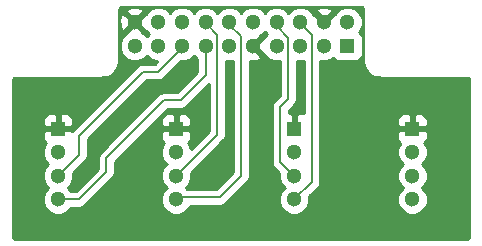
<source format=gtl>
G04 (created by PCBNEW (2013-may-18)-stable) date Sun 16 Aug 2015 12:33:42 AM CST*
%MOIN*%
G04 Gerber Fmt 3.4, Leading zero omitted, Abs format*
%FSLAX34Y34*%
G01*
G70*
G90*
G04 APERTURE LIST*
%ADD10C,0.00590551*%
%ADD11R,0.0511811X0.0511811*%
%ADD12C,0.0511811*%
%ADD13C,0.035*%
%ADD14C,0.006*%
%ADD15C,0.01*%
G04 APERTURE END LIST*
G54D10*
G54D11*
X88385Y-61023D03*
G54D12*
X88385Y-61811D03*
X88385Y-62598D03*
X88385Y-63385D03*
G54D11*
X92322Y-61023D03*
G54D12*
X92322Y-61811D03*
X92322Y-62598D03*
X92322Y-63385D03*
G54D11*
X84448Y-61023D03*
G54D12*
X84448Y-61811D03*
X84448Y-62598D03*
X84448Y-63385D03*
G54D11*
X80511Y-61023D03*
G54D12*
X80511Y-61811D03*
X80511Y-62598D03*
X80511Y-63385D03*
G54D11*
X90157Y-58267D03*
G54D12*
X90157Y-57480D03*
X89370Y-58267D03*
X89370Y-57480D03*
X88582Y-58267D03*
X88582Y-57480D03*
X87795Y-58267D03*
X87795Y-57480D03*
X87007Y-58267D03*
X87007Y-57480D03*
X86220Y-58267D03*
X86220Y-57480D03*
X85433Y-58267D03*
X85433Y-57480D03*
X84645Y-58267D03*
X84645Y-57480D03*
X83858Y-58267D03*
X83858Y-57480D03*
X83070Y-58267D03*
X83070Y-57480D03*
G54D13*
X86614Y-63818D03*
X85275Y-62559D03*
X82559Y-63740D03*
X90629Y-61968D03*
X90629Y-62992D03*
X81417Y-62559D03*
G54D14*
X86220Y-57480D02*
X86220Y-57559D01*
X84527Y-63307D02*
X84448Y-63385D01*
X85905Y-63307D02*
X84527Y-63307D01*
X86614Y-62598D02*
X85905Y-63307D01*
X86614Y-57952D02*
X86614Y-62598D01*
X86220Y-57559D02*
X86614Y-57952D01*
X85433Y-57480D02*
X85433Y-57519D01*
X85826Y-61220D02*
X84448Y-62598D01*
X85826Y-57913D02*
X85826Y-61220D01*
X85433Y-57519D02*
X85826Y-57913D01*
X81220Y-63385D02*
X80511Y-63385D01*
X82125Y-62480D02*
X81220Y-63385D01*
X82125Y-62007D02*
X82125Y-62480D01*
X84055Y-60078D02*
X82125Y-62007D01*
X84606Y-60078D02*
X84055Y-60078D01*
X85433Y-59251D02*
X84606Y-60078D01*
X85433Y-58267D02*
X85433Y-59251D01*
X81220Y-61889D02*
X80511Y-62598D01*
X81220Y-61259D02*
X81220Y-61889D01*
X83346Y-59133D02*
X81220Y-61259D01*
X83858Y-59133D02*
X83346Y-59133D01*
X84645Y-58346D02*
X83858Y-59133D01*
X84645Y-58267D02*
X84645Y-58346D01*
X88582Y-57480D02*
X88582Y-57519D01*
X88976Y-62795D02*
X88385Y-63385D01*
X88976Y-57913D02*
X88976Y-62795D01*
X88582Y-57519D02*
X88976Y-57913D01*
X87795Y-57480D02*
X87795Y-57598D01*
X87913Y-62125D02*
X88385Y-62598D01*
X87913Y-60314D02*
X87913Y-62125D01*
X88188Y-60039D02*
X87913Y-60314D01*
X88188Y-57992D02*
X88188Y-60039D01*
X87795Y-57598D02*
X88188Y-57992D01*
G54D15*
X89370Y-57480D02*
X89370Y-57362D01*
X83582Y-56968D02*
X83070Y-57480D01*
X88976Y-56968D02*
X83582Y-56968D01*
X89370Y-57362D02*
X88976Y-56968D01*
X83267Y-64448D02*
X82559Y-63740D01*
X85905Y-64448D02*
X83267Y-64448D01*
X86535Y-63818D02*
X85905Y-64448D01*
X86614Y-63818D02*
X86535Y-63818D01*
X90629Y-63661D02*
X89803Y-64488D01*
X89803Y-64488D02*
X87283Y-64488D01*
X87283Y-64488D02*
X86614Y-63818D01*
X90629Y-62992D02*
X90629Y-61968D01*
X91574Y-61023D02*
X90629Y-61968D01*
X92322Y-61023D02*
X91574Y-61023D01*
X90629Y-62992D02*
X90629Y-63661D01*
G54D10*
G36*
X85153Y-59135D02*
X84490Y-59798D01*
X84055Y-59798D01*
X83947Y-59820D01*
X83917Y-59840D01*
X83857Y-59880D01*
X81927Y-61809D01*
X81867Y-61900D01*
X81845Y-62007D01*
X81845Y-62364D01*
X81104Y-63105D01*
X80943Y-63105D01*
X80940Y-63099D01*
X80833Y-62992D01*
X80940Y-62885D01*
X81017Y-62699D01*
X81017Y-62498D01*
X81014Y-62491D01*
X81418Y-62087D01*
X81418Y-62087D01*
X81459Y-62027D01*
X81479Y-61996D01*
X81479Y-61996D01*
X81500Y-61889D01*
X81500Y-61889D01*
X81500Y-61375D01*
X83462Y-59413D01*
X83858Y-59413D01*
X83965Y-59392D01*
X83965Y-59392D01*
X84056Y-59331D01*
X84614Y-58773D01*
X84745Y-58773D01*
X84931Y-58696D01*
X85039Y-58589D01*
X85146Y-58696D01*
X85153Y-58699D01*
X85153Y-59135D01*
X85153Y-59135D01*
G37*
G54D15*
X85153Y-59135D02*
X84490Y-59798D01*
X84055Y-59798D01*
X83947Y-59820D01*
X83917Y-59840D01*
X83857Y-59880D01*
X81927Y-61809D01*
X81867Y-61900D01*
X81845Y-62007D01*
X81845Y-62364D01*
X81104Y-63105D01*
X80943Y-63105D01*
X80940Y-63099D01*
X80833Y-62992D01*
X80940Y-62885D01*
X81017Y-62699D01*
X81017Y-62498D01*
X81014Y-62491D01*
X81418Y-62087D01*
X81418Y-62087D01*
X81459Y-62027D01*
X81479Y-61996D01*
X81479Y-61996D01*
X81500Y-61889D01*
X81500Y-61889D01*
X81500Y-61375D01*
X83462Y-59413D01*
X83858Y-59413D01*
X83965Y-59392D01*
X83965Y-59392D01*
X84056Y-59331D01*
X84614Y-58773D01*
X84745Y-58773D01*
X84931Y-58696D01*
X85039Y-58589D01*
X85146Y-58696D01*
X85153Y-58699D01*
X85153Y-59135D01*
G54D10*
G36*
X86334Y-62482D02*
X85789Y-63027D01*
X84805Y-63027D01*
X84770Y-62992D01*
X84877Y-62885D01*
X84954Y-62699D01*
X84954Y-62498D01*
X84951Y-62491D01*
X86024Y-61418D01*
X86024Y-61418D01*
X86065Y-61357D01*
X86085Y-61327D01*
X86085Y-61327D01*
X86106Y-61220D01*
X86106Y-61220D01*
X86106Y-58768D01*
X86119Y-58773D01*
X86320Y-58773D01*
X86334Y-58768D01*
X86334Y-62482D01*
X86334Y-62482D01*
G37*
G54D15*
X86334Y-62482D02*
X85789Y-63027D01*
X84805Y-63027D01*
X84770Y-62992D01*
X84877Y-62885D01*
X84954Y-62699D01*
X84954Y-62498D01*
X84951Y-62491D01*
X86024Y-61418D01*
X86024Y-61418D01*
X86065Y-61357D01*
X86085Y-61327D01*
X86085Y-61327D01*
X86106Y-61220D01*
X86106Y-61220D01*
X86106Y-58768D01*
X86119Y-58773D01*
X86320Y-58773D01*
X86334Y-58768D01*
X86334Y-62482D01*
G54D10*
G36*
X88696Y-60519D02*
X88691Y-60517D01*
X88592Y-60517D01*
X88498Y-60517D01*
X88435Y-60580D01*
X88435Y-60973D01*
X88443Y-60973D01*
X88443Y-61073D01*
X88435Y-61073D01*
X88435Y-61081D01*
X88335Y-61081D01*
X88335Y-61073D01*
X88327Y-61073D01*
X88327Y-60973D01*
X88335Y-60973D01*
X88335Y-60580D01*
X88273Y-60517D01*
X88193Y-60517D01*
X88193Y-60430D01*
X88386Y-60237D01*
X88386Y-60237D01*
X88427Y-60176D01*
X88447Y-60146D01*
X88447Y-60146D01*
X88468Y-60039D01*
X88468Y-60039D01*
X88468Y-58768D01*
X88481Y-58773D01*
X88682Y-58773D01*
X88696Y-58768D01*
X88696Y-60519D01*
X88696Y-60519D01*
G37*
G54D15*
X88696Y-60519D02*
X88691Y-60517D01*
X88592Y-60517D01*
X88498Y-60517D01*
X88435Y-60580D01*
X88435Y-60973D01*
X88443Y-60973D01*
X88443Y-61073D01*
X88435Y-61073D01*
X88435Y-61081D01*
X88335Y-61081D01*
X88335Y-61073D01*
X88327Y-61073D01*
X88327Y-60973D01*
X88335Y-60973D01*
X88335Y-60580D01*
X88273Y-60517D01*
X88193Y-60517D01*
X88193Y-60430D01*
X88386Y-60237D01*
X88386Y-60237D01*
X88427Y-60176D01*
X88447Y-60146D01*
X88447Y-60146D01*
X88468Y-60039D01*
X88468Y-60039D01*
X88468Y-58768D01*
X88481Y-58773D01*
X88682Y-58773D01*
X88696Y-58768D01*
X88696Y-60519D01*
G54D10*
G36*
X94218Y-64618D02*
X94210Y-64661D01*
X94201Y-64673D01*
X94188Y-64682D01*
X94146Y-64690D01*
X92828Y-64690D01*
X92828Y-63285D01*
X92751Y-63099D01*
X92644Y-62992D01*
X92751Y-62885D01*
X92828Y-62699D01*
X92828Y-62498D01*
X92751Y-62312D01*
X92644Y-62204D01*
X92751Y-62097D01*
X92828Y-61912D01*
X92828Y-61710D01*
X92751Y-61524D01*
X92719Y-61491D01*
X92720Y-61491D01*
X92790Y-61420D01*
X92828Y-61329D01*
X92828Y-60718D01*
X92790Y-60626D01*
X92720Y-60555D01*
X92628Y-60517D01*
X92529Y-60517D01*
X92435Y-60517D01*
X92372Y-60580D01*
X92372Y-60973D01*
X92766Y-60973D01*
X92828Y-60911D01*
X92828Y-60718D01*
X92828Y-61329D01*
X92828Y-61136D01*
X92766Y-61073D01*
X92372Y-61073D01*
X92372Y-61081D01*
X92272Y-61081D01*
X92272Y-61073D01*
X92272Y-60973D01*
X92272Y-60580D01*
X92210Y-60517D01*
X92116Y-60517D01*
X92016Y-60517D01*
X91925Y-60555D01*
X91854Y-60626D01*
X91816Y-60718D01*
X91816Y-60911D01*
X91879Y-60973D01*
X92272Y-60973D01*
X92272Y-61073D01*
X91879Y-61073D01*
X91816Y-61136D01*
X91816Y-61329D01*
X91854Y-61420D01*
X91925Y-61491D01*
X91926Y-61491D01*
X91894Y-61524D01*
X91817Y-61709D01*
X91816Y-61911D01*
X91893Y-62097D01*
X92001Y-62204D01*
X91894Y-62311D01*
X91817Y-62497D01*
X91816Y-62698D01*
X91893Y-62884D01*
X92001Y-62992D01*
X91894Y-63098D01*
X91817Y-63284D01*
X91816Y-63486D01*
X91893Y-63672D01*
X92035Y-63814D01*
X92221Y-63891D01*
X92423Y-63891D01*
X92609Y-63814D01*
X92751Y-63672D01*
X92828Y-63486D01*
X92828Y-63285D01*
X92828Y-64690D01*
X90663Y-64690D01*
X90663Y-57380D01*
X90586Y-57194D01*
X90444Y-57051D01*
X90258Y-56974D01*
X90057Y-56974D01*
X89871Y-57051D01*
X89728Y-57193D01*
X89727Y-57197D01*
X89724Y-57197D01*
X89653Y-57267D01*
X89653Y-57126D01*
X89631Y-57035D01*
X89441Y-56969D01*
X89240Y-56981D01*
X89108Y-57035D01*
X89086Y-57126D01*
X89370Y-57409D01*
X89653Y-57126D01*
X89653Y-57267D01*
X89440Y-57480D01*
X89446Y-57485D01*
X89375Y-57556D01*
X89370Y-57551D01*
X89364Y-57556D01*
X89293Y-57485D01*
X89299Y-57480D01*
X89016Y-57197D01*
X89013Y-57197D01*
X89011Y-57194D01*
X88869Y-57051D01*
X88683Y-56974D01*
X88482Y-56974D01*
X88296Y-57051D01*
X88188Y-57158D01*
X88082Y-57051D01*
X87896Y-56974D01*
X87695Y-56974D01*
X87509Y-57051D01*
X87401Y-57158D01*
X87294Y-57051D01*
X87108Y-56974D01*
X86907Y-56974D01*
X86721Y-57051D01*
X86614Y-57158D01*
X86507Y-57051D01*
X86321Y-56974D01*
X86120Y-56974D01*
X85934Y-57051D01*
X85826Y-57158D01*
X85720Y-57051D01*
X85534Y-56974D01*
X85332Y-56974D01*
X85146Y-57051D01*
X85039Y-57158D01*
X84932Y-57051D01*
X84746Y-56974D01*
X84545Y-56974D01*
X84359Y-57051D01*
X84251Y-57158D01*
X84145Y-57051D01*
X83959Y-56974D01*
X83758Y-56974D01*
X83572Y-57051D01*
X83429Y-57193D01*
X83427Y-57197D01*
X83424Y-57197D01*
X83354Y-57267D01*
X83354Y-57126D01*
X83332Y-57035D01*
X83142Y-56969D01*
X82941Y-56981D01*
X82809Y-57035D01*
X82787Y-57126D01*
X83070Y-57409D01*
X83354Y-57126D01*
X83354Y-57267D01*
X83141Y-57480D01*
X83424Y-57763D01*
X83427Y-57762D01*
X83429Y-57766D01*
X83536Y-57874D01*
X83464Y-57945D01*
X83357Y-57839D01*
X83353Y-57837D01*
X83354Y-57834D01*
X83070Y-57551D01*
X83000Y-57621D01*
X83000Y-57480D01*
X82716Y-57197D01*
X82626Y-57219D01*
X82559Y-57409D01*
X82571Y-57610D01*
X82626Y-57741D01*
X82716Y-57763D01*
X83000Y-57480D01*
X83000Y-57621D01*
X82787Y-57834D01*
X82788Y-57837D01*
X82784Y-57838D01*
X82642Y-57980D01*
X82565Y-58166D01*
X82564Y-58367D01*
X82641Y-58553D01*
X82783Y-58696D01*
X82969Y-58773D01*
X83171Y-58773D01*
X83357Y-58696D01*
X83464Y-58589D01*
X83571Y-58696D01*
X83757Y-58773D01*
X83822Y-58773D01*
X83742Y-58853D01*
X83346Y-58853D01*
X83257Y-58871D01*
X83239Y-58875D01*
X83148Y-58935D01*
X81022Y-61061D01*
X81017Y-61068D01*
X81017Y-60718D01*
X80979Y-60626D01*
X80909Y-60555D01*
X80817Y-60517D01*
X80718Y-60517D01*
X80624Y-60517D01*
X80561Y-60580D01*
X80561Y-60973D01*
X80955Y-60973D01*
X81017Y-60911D01*
X81017Y-60718D01*
X81017Y-61068D01*
X80990Y-61109D01*
X80955Y-61073D01*
X80561Y-61073D01*
X80561Y-61081D01*
X80461Y-61081D01*
X80461Y-61073D01*
X80461Y-60973D01*
X80461Y-60580D01*
X80399Y-60517D01*
X80305Y-60517D01*
X80205Y-60517D01*
X80114Y-60555D01*
X80043Y-60626D01*
X80005Y-60718D01*
X80005Y-60911D01*
X80068Y-60973D01*
X80461Y-60973D01*
X80461Y-61073D01*
X80068Y-61073D01*
X80005Y-61136D01*
X80005Y-61329D01*
X80043Y-61420D01*
X80114Y-61491D01*
X80115Y-61491D01*
X80083Y-61524D01*
X80005Y-61709D01*
X80005Y-61911D01*
X80082Y-62097D01*
X80190Y-62204D01*
X80083Y-62311D01*
X80005Y-62497D01*
X80005Y-62698D01*
X80082Y-62884D01*
X80190Y-62992D01*
X80083Y-63098D01*
X80005Y-63284D01*
X80005Y-63486D01*
X80082Y-63672D01*
X80224Y-63814D01*
X80410Y-63891D01*
X80612Y-63891D01*
X80798Y-63814D01*
X80940Y-63672D01*
X80943Y-63665D01*
X81220Y-63665D01*
X81327Y-63644D01*
X81327Y-63644D01*
X81418Y-63583D01*
X82323Y-62678D01*
X82384Y-62587D01*
X82384Y-62587D01*
X82388Y-62569D01*
X82405Y-62480D01*
X82405Y-62480D01*
X82405Y-62123D01*
X84171Y-60358D01*
X84606Y-60358D01*
X84713Y-60337D01*
X84713Y-60337D01*
X84804Y-60276D01*
X85546Y-59534D01*
X85546Y-61104D01*
X84950Y-61700D01*
X84877Y-61524D01*
X84845Y-61491D01*
X84846Y-61491D01*
X84916Y-61420D01*
X84954Y-61329D01*
X84954Y-60718D01*
X84916Y-60626D01*
X84846Y-60555D01*
X84754Y-60517D01*
X84655Y-60517D01*
X84561Y-60517D01*
X84498Y-60580D01*
X84498Y-60973D01*
X84892Y-60973D01*
X84954Y-60911D01*
X84954Y-60718D01*
X84954Y-61329D01*
X84954Y-61136D01*
X84892Y-61073D01*
X84498Y-61073D01*
X84498Y-61081D01*
X84398Y-61081D01*
X84398Y-61073D01*
X84398Y-60973D01*
X84398Y-60580D01*
X84336Y-60517D01*
X84242Y-60517D01*
X84142Y-60517D01*
X84051Y-60555D01*
X83980Y-60626D01*
X83942Y-60718D01*
X83942Y-60911D01*
X84005Y-60973D01*
X84398Y-60973D01*
X84398Y-61073D01*
X84005Y-61073D01*
X83942Y-61136D01*
X83942Y-61329D01*
X83980Y-61420D01*
X84051Y-61491D01*
X84052Y-61491D01*
X84020Y-61524D01*
X83943Y-61709D01*
X83942Y-61911D01*
X84019Y-62097D01*
X84127Y-62204D01*
X84020Y-62311D01*
X83943Y-62497D01*
X83942Y-62698D01*
X84019Y-62884D01*
X84127Y-62992D01*
X84020Y-63098D01*
X83943Y-63284D01*
X83942Y-63486D01*
X84019Y-63672D01*
X84161Y-63814D01*
X84347Y-63891D01*
X84549Y-63891D01*
X84735Y-63814D01*
X84877Y-63672D01*
X84913Y-63587D01*
X85905Y-63587D01*
X86012Y-63565D01*
X86012Y-63565D01*
X86103Y-63505D01*
X86812Y-62796D01*
X86812Y-62796D01*
X86852Y-62735D01*
X86872Y-62705D01*
X86872Y-62705D01*
X86894Y-62598D01*
X86894Y-62598D01*
X86894Y-58763D01*
X86936Y-58778D01*
X87137Y-58766D01*
X87269Y-58712D01*
X87291Y-58621D01*
X87007Y-58338D01*
X87002Y-58343D01*
X86931Y-58273D01*
X86937Y-58267D01*
X86931Y-58262D01*
X87002Y-58191D01*
X87007Y-58197D01*
X87291Y-57913D01*
X87290Y-57910D01*
X87294Y-57909D01*
X87401Y-57802D01*
X87473Y-57874D01*
X87366Y-57980D01*
X87364Y-57985D01*
X87361Y-57984D01*
X87078Y-58267D01*
X87361Y-58550D01*
X87364Y-58550D01*
X87366Y-58553D01*
X87508Y-58696D01*
X87694Y-58773D01*
X87895Y-58773D01*
X87908Y-58768D01*
X87908Y-59923D01*
X87715Y-60116D01*
X87654Y-60207D01*
X87633Y-60314D01*
X87633Y-62125D01*
X87654Y-62233D01*
X87715Y-62323D01*
X87882Y-62491D01*
X87880Y-62497D01*
X87879Y-62698D01*
X87956Y-62884D01*
X88064Y-62992D01*
X87957Y-63098D01*
X87880Y-63284D01*
X87879Y-63486D01*
X87956Y-63672D01*
X88098Y-63814D01*
X88284Y-63891D01*
X88486Y-63891D01*
X88672Y-63814D01*
X88814Y-63672D01*
X88891Y-63486D01*
X88891Y-63285D01*
X88888Y-63278D01*
X89174Y-62993D01*
X89174Y-62993D01*
X89214Y-62932D01*
X89235Y-62902D01*
X89235Y-62902D01*
X89256Y-62795D01*
X89256Y-62795D01*
X89256Y-58768D01*
X89269Y-58773D01*
X89470Y-58773D01*
X89656Y-58696D01*
X89689Y-58664D01*
X89689Y-58665D01*
X89759Y-58735D01*
X89851Y-58773D01*
X89951Y-58773D01*
X90462Y-58773D01*
X90554Y-58735D01*
X90625Y-58665D01*
X90663Y-58573D01*
X90663Y-58474D01*
X90663Y-57962D01*
X90625Y-57870D01*
X90555Y-57799D01*
X90553Y-57799D01*
X90586Y-57767D01*
X90663Y-57581D01*
X90663Y-57380D01*
X90663Y-64690D01*
X79082Y-64690D01*
X79039Y-64682D01*
X79027Y-64674D01*
X79018Y-64660D01*
X79009Y-64619D01*
X79009Y-59396D01*
X79018Y-59355D01*
X79027Y-59341D01*
X79039Y-59333D01*
X79082Y-59324D01*
X81968Y-59324D01*
X81994Y-59319D01*
X82020Y-59319D01*
X82141Y-59295D01*
X82238Y-59255D01*
X82239Y-59255D01*
X82239Y-59255D01*
X82340Y-59187D01*
X82340Y-59187D01*
X82415Y-59112D01*
X82483Y-59010D01*
X82524Y-58913D01*
X82524Y-58913D01*
X82524Y-58913D01*
X82547Y-58792D01*
X82547Y-58766D01*
X82553Y-58740D01*
X82553Y-57034D01*
X82561Y-56992D01*
X82570Y-56979D01*
X82582Y-56971D01*
X82625Y-56962D01*
X90603Y-56962D01*
X90644Y-56970D01*
X90658Y-56979D01*
X90666Y-56992D01*
X90675Y-57034D01*
X90675Y-58740D01*
X90680Y-58766D01*
X90680Y-58792D01*
X90704Y-58913D01*
X90744Y-59010D01*
X90744Y-59010D01*
X90744Y-59010D01*
X90812Y-59112D01*
X90812Y-59112D01*
X90887Y-59186D01*
X90989Y-59255D01*
X91086Y-59295D01*
X91086Y-59295D01*
X91086Y-59295D01*
X91207Y-59319D01*
X91233Y-59319D01*
X91259Y-59324D01*
X94146Y-59324D01*
X94188Y-59333D01*
X94201Y-59341D01*
X94210Y-59354D01*
X94218Y-59397D01*
X94218Y-64618D01*
X94218Y-64618D01*
G37*
G54D15*
X94218Y-64618D02*
X94210Y-64661D01*
X94201Y-64673D01*
X94188Y-64682D01*
X94146Y-64690D01*
X92828Y-64690D01*
X92828Y-63285D01*
X92751Y-63099D01*
X92644Y-62992D01*
X92751Y-62885D01*
X92828Y-62699D01*
X92828Y-62498D01*
X92751Y-62312D01*
X92644Y-62204D01*
X92751Y-62097D01*
X92828Y-61912D01*
X92828Y-61710D01*
X92751Y-61524D01*
X92719Y-61491D01*
X92720Y-61491D01*
X92790Y-61420D01*
X92828Y-61329D01*
X92828Y-60718D01*
X92790Y-60626D01*
X92720Y-60555D01*
X92628Y-60517D01*
X92529Y-60517D01*
X92435Y-60517D01*
X92372Y-60580D01*
X92372Y-60973D01*
X92766Y-60973D01*
X92828Y-60911D01*
X92828Y-60718D01*
X92828Y-61329D01*
X92828Y-61136D01*
X92766Y-61073D01*
X92372Y-61073D01*
X92372Y-61081D01*
X92272Y-61081D01*
X92272Y-61073D01*
X92272Y-60973D01*
X92272Y-60580D01*
X92210Y-60517D01*
X92116Y-60517D01*
X92016Y-60517D01*
X91925Y-60555D01*
X91854Y-60626D01*
X91816Y-60718D01*
X91816Y-60911D01*
X91879Y-60973D01*
X92272Y-60973D01*
X92272Y-61073D01*
X91879Y-61073D01*
X91816Y-61136D01*
X91816Y-61329D01*
X91854Y-61420D01*
X91925Y-61491D01*
X91926Y-61491D01*
X91894Y-61524D01*
X91817Y-61709D01*
X91816Y-61911D01*
X91893Y-62097D01*
X92001Y-62204D01*
X91894Y-62311D01*
X91817Y-62497D01*
X91816Y-62698D01*
X91893Y-62884D01*
X92001Y-62992D01*
X91894Y-63098D01*
X91817Y-63284D01*
X91816Y-63486D01*
X91893Y-63672D01*
X92035Y-63814D01*
X92221Y-63891D01*
X92423Y-63891D01*
X92609Y-63814D01*
X92751Y-63672D01*
X92828Y-63486D01*
X92828Y-63285D01*
X92828Y-64690D01*
X90663Y-64690D01*
X90663Y-57380D01*
X90586Y-57194D01*
X90444Y-57051D01*
X90258Y-56974D01*
X90057Y-56974D01*
X89871Y-57051D01*
X89728Y-57193D01*
X89727Y-57197D01*
X89724Y-57197D01*
X89653Y-57267D01*
X89653Y-57126D01*
X89631Y-57035D01*
X89441Y-56969D01*
X89240Y-56981D01*
X89108Y-57035D01*
X89086Y-57126D01*
X89370Y-57409D01*
X89653Y-57126D01*
X89653Y-57267D01*
X89440Y-57480D01*
X89446Y-57485D01*
X89375Y-57556D01*
X89370Y-57551D01*
X89364Y-57556D01*
X89293Y-57485D01*
X89299Y-57480D01*
X89016Y-57197D01*
X89013Y-57197D01*
X89011Y-57194D01*
X88869Y-57051D01*
X88683Y-56974D01*
X88482Y-56974D01*
X88296Y-57051D01*
X88188Y-57158D01*
X88082Y-57051D01*
X87896Y-56974D01*
X87695Y-56974D01*
X87509Y-57051D01*
X87401Y-57158D01*
X87294Y-57051D01*
X87108Y-56974D01*
X86907Y-56974D01*
X86721Y-57051D01*
X86614Y-57158D01*
X86507Y-57051D01*
X86321Y-56974D01*
X86120Y-56974D01*
X85934Y-57051D01*
X85826Y-57158D01*
X85720Y-57051D01*
X85534Y-56974D01*
X85332Y-56974D01*
X85146Y-57051D01*
X85039Y-57158D01*
X84932Y-57051D01*
X84746Y-56974D01*
X84545Y-56974D01*
X84359Y-57051D01*
X84251Y-57158D01*
X84145Y-57051D01*
X83959Y-56974D01*
X83758Y-56974D01*
X83572Y-57051D01*
X83429Y-57193D01*
X83427Y-57197D01*
X83424Y-57197D01*
X83354Y-57267D01*
X83354Y-57126D01*
X83332Y-57035D01*
X83142Y-56969D01*
X82941Y-56981D01*
X82809Y-57035D01*
X82787Y-57126D01*
X83070Y-57409D01*
X83354Y-57126D01*
X83354Y-57267D01*
X83141Y-57480D01*
X83424Y-57763D01*
X83427Y-57762D01*
X83429Y-57766D01*
X83536Y-57874D01*
X83464Y-57945D01*
X83357Y-57839D01*
X83353Y-57837D01*
X83354Y-57834D01*
X83070Y-57551D01*
X83000Y-57621D01*
X83000Y-57480D01*
X82716Y-57197D01*
X82626Y-57219D01*
X82559Y-57409D01*
X82571Y-57610D01*
X82626Y-57741D01*
X82716Y-57763D01*
X83000Y-57480D01*
X83000Y-57621D01*
X82787Y-57834D01*
X82788Y-57837D01*
X82784Y-57838D01*
X82642Y-57980D01*
X82565Y-58166D01*
X82564Y-58367D01*
X82641Y-58553D01*
X82783Y-58696D01*
X82969Y-58773D01*
X83171Y-58773D01*
X83357Y-58696D01*
X83464Y-58589D01*
X83571Y-58696D01*
X83757Y-58773D01*
X83822Y-58773D01*
X83742Y-58853D01*
X83346Y-58853D01*
X83257Y-58871D01*
X83239Y-58875D01*
X83148Y-58935D01*
X81022Y-61061D01*
X81017Y-61068D01*
X81017Y-60718D01*
X80979Y-60626D01*
X80909Y-60555D01*
X80817Y-60517D01*
X80718Y-60517D01*
X80624Y-60517D01*
X80561Y-60580D01*
X80561Y-60973D01*
X80955Y-60973D01*
X81017Y-60911D01*
X81017Y-60718D01*
X81017Y-61068D01*
X80990Y-61109D01*
X80955Y-61073D01*
X80561Y-61073D01*
X80561Y-61081D01*
X80461Y-61081D01*
X80461Y-61073D01*
X80461Y-60973D01*
X80461Y-60580D01*
X80399Y-60517D01*
X80305Y-60517D01*
X80205Y-60517D01*
X80114Y-60555D01*
X80043Y-60626D01*
X80005Y-60718D01*
X80005Y-60911D01*
X80068Y-60973D01*
X80461Y-60973D01*
X80461Y-61073D01*
X80068Y-61073D01*
X80005Y-61136D01*
X80005Y-61329D01*
X80043Y-61420D01*
X80114Y-61491D01*
X80115Y-61491D01*
X80083Y-61524D01*
X80005Y-61709D01*
X80005Y-61911D01*
X80082Y-62097D01*
X80190Y-62204D01*
X80083Y-62311D01*
X80005Y-62497D01*
X80005Y-62698D01*
X80082Y-62884D01*
X80190Y-62992D01*
X80083Y-63098D01*
X80005Y-63284D01*
X80005Y-63486D01*
X80082Y-63672D01*
X80224Y-63814D01*
X80410Y-63891D01*
X80612Y-63891D01*
X80798Y-63814D01*
X80940Y-63672D01*
X80943Y-63665D01*
X81220Y-63665D01*
X81327Y-63644D01*
X81327Y-63644D01*
X81418Y-63583D01*
X82323Y-62678D01*
X82384Y-62587D01*
X82384Y-62587D01*
X82388Y-62569D01*
X82405Y-62480D01*
X82405Y-62480D01*
X82405Y-62123D01*
X84171Y-60358D01*
X84606Y-60358D01*
X84713Y-60337D01*
X84713Y-60337D01*
X84804Y-60276D01*
X85546Y-59534D01*
X85546Y-61104D01*
X84950Y-61700D01*
X84877Y-61524D01*
X84845Y-61491D01*
X84846Y-61491D01*
X84916Y-61420D01*
X84954Y-61329D01*
X84954Y-60718D01*
X84916Y-60626D01*
X84846Y-60555D01*
X84754Y-60517D01*
X84655Y-60517D01*
X84561Y-60517D01*
X84498Y-60580D01*
X84498Y-60973D01*
X84892Y-60973D01*
X84954Y-60911D01*
X84954Y-60718D01*
X84954Y-61329D01*
X84954Y-61136D01*
X84892Y-61073D01*
X84498Y-61073D01*
X84498Y-61081D01*
X84398Y-61081D01*
X84398Y-61073D01*
X84398Y-60973D01*
X84398Y-60580D01*
X84336Y-60517D01*
X84242Y-60517D01*
X84142Y-60517D01*
X84051Y-60555D01*
X83980Y-60626D01*
X83942Y-60718D01*
X83942Y-60911D01*
X84005Y-60973D01*
X84398Y-60973D01*
X84398Y-61073D01*
X84005Y-61073D01*
X83942Y-61136D01*
X83942Y-61329D01*
X83980Y-61420D01*
X84051Y-61491D01*
X84052Y-61491D01*
X84020Y-61524D01*
X83943Y-61709D01*
X83942Y-61911D01*
X84019Y-62097D01*
X84127Y-62204D01*
X84020Y-62311D01*
X83943Y-62497D01*
X83942Y-62698D01*
X84019Y-62884D01*
X84127Y-62992D01*
X84020Y-63098D01*
X83943Y-63284D01*
X83942Y-63486D01*
X84019Y-63672D01*
X84161Y-63814D01*
X84347Y-63891D01*
X84549Y-63891D01*
X84735Y-63814D01*
X84877Y-63672D01*
X84913Y-63587D01*
X85905Y-63587D01*
X86012Y-63565D01*
X86012Y-63565D01*
X86103Y-63505D01*
X86812Y-62796D01*
X86812Y-62796D01*
X86852Y-62735D01*
X86872Y-62705D01*
X86872Y-62705D01*
X86894Y-62598D01*
X86894Y-62598D01*
X86894Y-58763D01*
X86936Y-58778D01*
X87137Y-58766D01*
X87269Y-58712D01*
X87291Y-58621D01*
X87007Y-58338D01*
X87002Y-58343D01*
X86931Y-58273D01*
X86937Y-58267D01*
X86931Y-58262D01*
X87002Y-58191D01*
X87007Y-58197D01*
X87291Y-57913D01*
X87290Y-57910D01*
X87294Y-57909D01*
X87401Y-57802D01*
X87473Y-57874D01*
X87366Y-57980D01*
X87364Y-57985D01*
X87361Y-57984D01*
X87078Y-58267D01*
X87361Y-58550D01*
X87364Y-58550D01*
X87366Y-58553D01*
X87508Y-58696D01*
X87694Y-58773D01*
X87895Y-58773D01*
X87908Y-58768D01*
X87908Y-59923D01*
X87715Y-60116D01*
X87654Y-60207D01*
X87633Y-60314D01*
X87633Y-62125D01*
X87654Y-62233D01*
X87715Y-62323D01*
X87882Y-62491D01*
X87880Y-62497D01*
X87879Y-62698D01*
X87956Y-62884D01*
X88064Y-62992D01*
X87957Y-63098D01*
X87880Y-63284D01*
X87879Y-63486D01*
X87956Y-63672D01*
X88098Y-63814D01*
X88284Y-63891D01*
X88486Y-63891D01*
X88672Y-63814D01*
X88814Y-63672D01*
X88891Y-63486D01*
X88891Y-63285D01*
X88888Y-63278D01*
X89174Y-62993D01*
X89174Y-62993D01*
X89214Y-62932D01*
X89235Y-62902D01*
X89235Y-62902D01*
X89256Y-62795D01*
X89256Y-62795D01*
X89256Y-58768D01*
X89269Y-58773D01*
X89470Y-58773D01*
X89656Y-58696D01*
X89689Y-58664D01*
X89689Y-58665D01*
X89759Y-58735D01*
X89851Y-58773D01*
X89951Y-58773D01*
X90462Y-58773D01*
X90554Y-58735D01*
X90625Y-58665D01*
X90663Y-58573D01*
X90663Y-58474D01*
X90663Y-57962D01*
X90625Y-57870D01*
X90555Y-57799D01*
X90553Y-57799D01*
X90586Y-57767D01*
X90663Y-57581D01*
X90663Y-57380D01*
X90663Y-64690D01*
X79082Y-64690D01*
X79039Y-64682D01*
X79027Y-64674D01*
X79018Y-64660D01*
X79009Y-64619D01*
X79009Y-59396D01*
X79018Y-59355D01*
X79027Y-59341D01*
X79039Y-59333D01*
X79082Y-59324D01*
X81968Y-59324D01*
X81994Y-59319D01*
X82020Y-59319D01*
X82141Y-59295D01*
X82238Y-59255D01*
X82239Y-59255D01*
X82239Y-59255D01*
X82340Y-59187D01*
X82340Y-59187D01*
X82415Y-59112D01*
X82483Y-59010D01*
X82524Y-58913D01*
X82524Y-58913D01*
X82524Y-58913D01*
X82547Y-58792D01*
X82547Y-58766D01*
X82553Y-58740D01*
X82553Y-57034D01*
X82561Y-56992D01*
X82570Y-56979D01*
X82582Y-56971D01*
X82625Y-56962D01*
X90603Y-56962D01*
X90644Y-56970D01*
X90658Y-56979D01*
X90666Y-56992D01*
X90675Y-57034D01*
X90675Y-58740D01*
X90680Y-58766D01*
X90680Y-58792D01*
X90704Y-58913D01*
X90744Y-59010D01*
X90744Y-59010D01*
X90744Y-59010D01*
X90812Y-59112D01*
X90812Y-59112D01*
X90887Y-59186D01*
X90989Y-59255D01*
X91086Y-59295D01*
X91086Y-59295D01*
X91086Y-59295D01*
X91207Y-59319D01*
X91233Y-59319D01*
X91259Y-59324D01*
X94146Y-59324D01*
X94188Y-59333D01*
X94201Y-59341D01*
X94210Y-59354D01*
X94218Y-59397D01*
X94218Y-64618D01*
M02*

</source>
